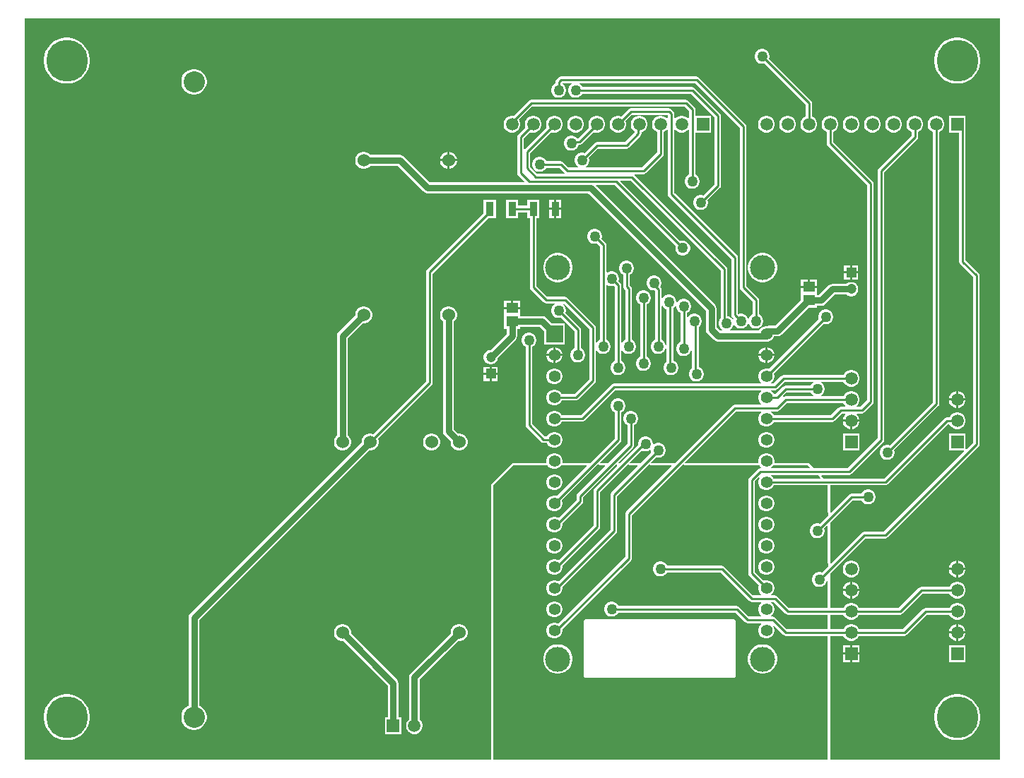
<source format=gtl>
%FSTAX23Y23*%
%MOIN*%
%SFA1B1*%

%IPPOS*%
%ADD13C,0.010000*%
%ADD14R,0.057090X0.051180*%
%ADD15R,0.037640X0.065280*%
%ADD20R,0.047240X0.047240*%
%ADD21C,0.047240*%
%ADD29C,0.030000*%
%ADD30R,0.078740X0.078740*%
%ADD31C,0.055000*%
%ADD32C,0.118110*%
%ADD33C,0.059060*%
%ADD34R,0.059060X0.059060*%
%ADD35R,0.059060X0.059060*%
%ADD36C,0.100000*%
%ADD37C,0.060000*%
%ADD38C,0.050000*%
%ADD39C,0.196850*%
%LNpcb1-1*%
%LPD*%
G36*
X05521Y03579D02*
X05518Y03578D01*
X05511Y03571*
X05508Y03565*
X0539*
X05384Y03564*
X05379Y0356*
X05343Y03525*
X05334*
X0533Y03533*
X05323Y03539*
X05323Y03541*
X05324Y03544*
X0534*
X05345Y03545*
X0535Y03549*
X05386Y03584*
X0552*
X05521Y03579*
G37*
G36*
X05511Y03528D02*
X05518Y03521D01*
X05521Y0352*
X0552Y03515*
X0539*
X05384Y03514*
X0538Y03511*
X05376Y03515*
X05396Y03534*
X05508*
X05511Y03528*
G37*
G36*
X05668Y03475D02*
X05673Y0347D01*
X05671Y03465*
X0565*
X05644Y03464*
X05639Y0346*
X05603Y03425*
X05334*
X0533Y03433*
X05323Y03439*
X05323Y03441*
X05324Y03444*
X0535*
X05355Y03445*
X0536Y03449*
X05396Y03484*
X05663*
X05668Y03475*
G37*
G36*
X04754Y03259D02*
X04755Y03258D01*
Y03255*
X04756Y03248*
X04708Y032*
X04658*
X04656Y03204*
X04711Y0326*
X04716Y03257*
X04725Y03255*
X04734*
X04743Y03257*
X0475Y03261*
X04754Y03259*
G37*
G36*
X05337Y0319D02*
X05338Y03189D01*
X05339Y03189*
X0534Y03189*
X05495*
X05505Y03179*
X05503Y03175*
X05324*
X05323Y03178*
X05323Y0318*
X0533Y03186*
X0533Y03188*
X05332Y03189*
X05336Y0319*
X05337Y0319*
G37*
G36*
X05546Y03143D02*
X05549Y0314D01*
X0555Y03136*
X0555Y03135*
X05552Y03132*
X05554Y0313*
X05552Y03126*
X05333*
X0533Y03133*
X05323Y03139*
X05323Y03141*
X05324Y03144*
X05545*
X05546Y03143*
G37*
G36*
X05267Y03128D02*
X05265Y03124D01*
X05262Y03114*
Y03105*
X05265Y03095*
X05269Y03086*
X05276Y03079*
X05285Y03075*
X05295Y03072*
X05304*
X05314Y03075*
X05323Y03079*
X0533Y03086*
X05334Y03095*
X05334*
X05589*
Y02968*
X0559Y02964*
X05592Y0296*
X05593Y02954*
X05551Y02913*
X05544Y02915*
X05535*
X05526Y02912*
X05518Y02908*
X05511Y02901*
X05507Y02893*
X05505Y02884*
Y02875*
X05507Y02866*
X05511Y02858*
X05518Y02851*
X05526Y02847*
X05535Y02845*
X05544*
X05553Y02847*
X05561Y02851*
X05568Y02858*
X05572Y02866*
X05575Y02875*
Y02884*
X05573Y02891*
X05585Y02903*
X05589Y02901*
Y02728*
X0559Y02724*
X05592Y0272*
X05593Y02714*
X05561Y02683*
X05554Y02685*
X05545*
X05536Y02682*
X05528Y02678*
X05521Y02671*
X05517Y02663*
X05515Y02654*
Y02645*
X05517Y02636*
X05521Y02628*
X05528Y02621*
X05536Y02617*
X05545Y02615*
X05554*
X05563Y02617*
X05571Y02621*
X05578Y02628*
X05582Y02636*
X05584Y02644*
X05589Y02644*
Y02515*
X05406*
X0535Y0257*
X05345Y02574*
X0534Y02575*
X05324*
X05323Y02578*
X05323Y0258*
X0533Y02586*
X05334Y02595*
X05337Y02605*
Y02614*
X05334Y02624*
X0533Y02633*
X05323Y0264*
X05314Y02644*
X05304Y02647*
X05295*
X05286Y02645*
X05245Y02686*
Y03113*
X05263Y03131*
X05267Y03128*
G37*
G36*
X0475Y03192D02*
D01*
X04754Y0319*
X04754Y0319*
X04758Y03189*
X04851*
X04853Y03185*
X04639Y0297*
X04635Y02965*
X04634Y0296*
Y02757*
X04319Y02442*
X04314Y02444*
X04304Y02447*
X04295*
X04285Y02444*
X04276Y0244*
X04269Y02433*
X04265Y02424*
X04262Y02414*
Y02405*
X04265Y02395*
X04269Y02386*
X04276Y02379*
X04285Y02375*
X04295Y02372*
X04304*
X04314Y02375*
X04323Y02379*
X0433Y02386*
X04334Y02395*
X04337Y02405*
Y02414*
X04337Y02416*
X0466Y0274*
X04664Y02745*
X04665Y0275*
Y02953*
X04904Y03193*
X0491Y03192*
X04914Y0319*
X04918Y03189*
X05259*
X0526Y03189*
X05261Y03189*
X05262Y0319*
X05263Y0319*
X05267Y03189*
X05269Y03188*
X05269Y03186*
X05276Y0318*
X05276Y03178*
X05275Y03175*
X0527*
X05264Y03174*
X05259Y0317*
X05219Y0313*
X05215Y03125*
X05214Y0312*
Y0268*
X05215Y02674*
X05219Y02669*
X05264Y02623*
X05262Y02614*
Y02605*
X05265Y02595*
X05269Y02586*
X05276Y0258*
X05276Y02578*
X05275Y02575*
X05236*
X051Y0271*
X05095Y02714*
X0509Y02715*
X04831*
X04828Y02721*
X04821Y02728*
X04813Y02732*
X04804Y02735*
X04795*
X04786Y02732*
X04778Y02728*
X04771Y02721*
X04767Y02713*
X04765Y02704*
Y02695*
X04767Y02686*
X04771Y02678*
X04778Y02671*
X04786Y02667*
X04795Y02665*
X04804*
X04813Y02667*
X04821Y02671*
X04828Y02678*
X04831Y02684*
X05083*
X05219Y02549*
X05224Y02545*
X0523Y02544*
X05275*
X05276Y02541*
X05276Y02539*
X05269Y02533*
X05265Y02524*
X05262Y02514*
Y02505*
X05265Y02495*
X05269Y02486*
X05276Y0248*
X05276Y02478*
X05275Y02475*
X05216*
X0517Y0252*
X05165Y02524*
X0516Y02525*
X04601*
X04598Y02531*
X04591Y02538*
X04583Y02542*
X04574Y02545*
X04565*
X04556Y02542*
X04548Y02538*
X04541Y02531*
X04537Y02523*
X04535Y02514*
Y02505*
X04537Y02496*
X04541Y02488*
X04548Y02481*
X04556Y02477*
X04565Y02475*
X04574*
X04583Y02477*
X04591Y02481*
X04598Y02488*
X04601Y02494*
X05153*
X05199Y02449*
X05204Y02445*
X0521Y02444*
X05275*
X05276Y02441*
X05276Y02439*
X05269Y02433*
X05265Y02424*
X05262Y02414*
Y02405*
X05265Y02395*
X05269Y02386*
X05276Y02379*
X05285Y02375*
X05295Y02372*
X05304*
X05314Y02375*
X05323Y02379*
X0533Y02386*
X05334Y02395*
X05337Y02405*
Y02414*
X05334Y02424*
X05332Y02428*
X05336Y02431*
X05379Y02389*
X05384Y02385*
X0539Y02384*
X05589*
Y018*
X0401*
Y03095*
X04104Y03189*
X04259*
X0426Y03189*
X04261Y03189*
X04262Y0319*
X04263Y0319*
X04267Y03189*
X04269Y03188*
X04269Y03186*
X04276Y03179*
X04285Y03175*
X04295Y03172*
X04304*
X04314Y03175*
X04323Y03179*
X0433Y03186*
X0433Y03188*
X04332Y03189*
X04336Y0319*
X04337Y0319*
X04338Y03189*
X04339Y03189*
X0434Y03189*
X0445*
X04452Y03185*
X04312Y03045*
X04304Y03047*
X04295*
X04285Y03044*
X04276Y0304*
X04269Y03033*
X04265Y03024*
X04262Y03014*
Y03005*
X04265Y02995*
X04269Y02986*
X04276Y02979*
X04285Y02975*
X04295Y02972*
X04304*
X04314Y02975*
X04323Y02979*
X0433Y02986*
X04334Y02995*
X04337Y03005*
Y03014*
X04335Y03024*
X04503Y03193*
X0451Y03192*
X04513Y0319*
X04517Y03189*
X04537*
X04538Y03185*
X04409Y03055*
X04405Y0305*
X04404Y03044*
Y03026*
X0432Y02941*
X04314Y02944*
X04304Y02947*
X04295*
X04285Y02944*
X04276Y0294*
X04269Y02933*
X04265Y02924*
X04262Y02914*
Y02905*
X04265Y02895*
X04269Y02886*
X04276Y02879*
X04285Y02875*
X04295Y02872*
X04304*
X04314Y02875*
X04323Y02879*
X0433Y02886*
X04334Y02895*
X04337Y02905*
Y02914*
X04337Y02915*
X0443Y03009*
X04434Y03014*
X04435Y0302*
Y03038*
X0459Y03193*
X04595Y03192*
X04596Y03187*
X04489Y0308*
X04485Y03075*
X04484Y0307*
Y02906*
X0432Y02741*
X04314Y02744*
X04304Y02747*
X04295*
X04285Y02744*
X04276Y0274*
X04269Y02733*
X04265Y02724*
X04262Y02714*
Y02705*
X04265Y02695*
X04269Y02686*
X04276Y02679*
X04285Y02675*
X04295Y02672*
X04304*
X04314Y02675*
X04323Y02679*
X0433Y02686*
X04334Y02695*
X04337Y02705*
Y02714*
X04337Y02715*
X0451Y02889*
X04514Y02894*
X04515Y029*
Y03063*
X04644Y03193*
X0465Y03192*
X04654Y0319*
X04658Y03189*
X04691*
X04693Y03185*
X04569Y0306*
X04565Y03055*
X04564Y0305*
Y02886*
X0432Y02641*
X04314Y02644*
X04304Y02647*
X04295*
X04285Y02644*
X04276Y0264*
X04269Y02633*
X04265Y02624*
X04262Y02614*
Y02605*
X04265Y02595*
X04269Y02586*
X04276Y02579*
X04285Y02575*
X04295Y02572*
X04304*
X04314Y02575*
X04323Y02579*
X0433Y02586*
X04334Y02595*
X04337Y02605*
Y02614*
X04337Y02615*
X0459Y02869*
X04594Y02874*
X04595Y0288*
Y03043*
X04744Y03193*
X0475Y03192*
G37*
G36*
X064Y018D02*
X056D01*
Y02384*
X05663*
X05668Y02375*
X05675Y02368*
X05684Y02363*
X05694Y0236*
X05705*
X05715Y02363*
X05724Y02368*
X05731Y02375*
X05736Y02384*
X0595*
X05955Y02385*
X0596Y02389*
X06056Y02484*
X06163*
X06168Y02475*
X06175Y02468*
X06184Y02463*
X06194Y0246*
X06205*
X06215Y02463*
X06224Y02468*
X06231Y02475*
X06236Y02484*
X06239Y02494*
Y02505*
X06236Y02515*
X06231Y02524*
X06224Y02531*
X06215Y02536*
X06205Y02539*
X06194*
X06184Y02536*
X06175Y02531*
X06168Y02524*
X06163Y02515*
X0605*
X06044Y02514*
X06039Y0251*
X05943Y02415*
X05736*
X05731Y02424*
X05724Y02431*
X05715Y02436*
X05705Y02439*
X05694*
X05684Y02436*
X05675Y02431*
X05668Y02424*
X05663Y02415*
X056*
Y02484*
X05663*
X05668Y02475*
X05675Y02468*
X05684Y02463*
X05694Y0246*
X05705*
X05715Y02463*
X05724Y02468*
X05731Y02475*
X05736Y02484*
X0593*
X05935Y02485*
X0594Y02489*
X06036Y02584*
X06163*
X06168Y02575*
X06175Y02568*
X06184Y02563*
X06194Y0256*
X06205*
X06215Y02563*
X06224Y02568*
X06231Y02575*
X06236Y02584*
X06239Y02594*
Y02605*
X06236Y02615*
X06231Y02624*
X06224Y02631*
X06215Y02636*
X06205Y02639*
X06194*
X06184Y02636*
X06175Y02631*
X06168Y02624*
X06163Y02615*
X0603*
X06024Y02614*
X06019Y0261*
X05923Y02515*
X05736*
X05731Y02524*
X05724Y02531*
X05715Y02536*
X05705Y02539*
X05694*
X05684Y02536*
X05675Y02531*
X05668Y02524*
X05663Y02515*
X056*
Y02678*
X05766Y02844*
X0586*
X05865Y02845*
X0587Y02849*
X063Y03279*
X06304Y03284*
X06305Y0329*
Y04085*
X06304Y0409*
X063Y04095*
X06239Y04156*
Y04805*
X06239Y04806*
Y04839*
X0616*
Y0476*
X06209*
Y0415*
X0621Y04144*
X06213Y04139*
X06274Y04078*
Y03296*
X06244Y03265*
X06239Y03267*
Y03339*
X0616*
Y0326*
X06232*
X06234Y03255*
X05853Y02875*
X0576*
X05754Y02874*
X05749Y0287*
X05604Y02726*
X056Y02728*
Y02918*
X05706Y03024*
X05748*
X05751Y03018*
X05758Y03011*
X05766Y03007*
X05775Y03005*
X05784*
X05793Y03007*
X05801Y03011*
X05808Y03018*
X05812Y03026*
X05815Y03035*
Y03044*
X05812Y03053*
X05808Y03061*
X05801Y03068*
X05793Y03072*
X05784Y03075*
X05775*
X05766Y03072*
X05758Y03068*
X05751Y03061*
X05748Y03055*
X057*
X05694Y03054*
X05689Y0305*
X05604Y02966*
X056Y02968*
Y03095*
X0586*
X05866Y03096*
X05871Y031*
X06156Y03384*
X06163*
X06168Y03375*
X06175Y03368*
X06184Y03363*
X06194Y0336*
X06205*
X06215Y03363*
X06224Y03368*
X06231Y03375*
X06236Y03384*
X06239Y03394*
Y03405*
X06236Y03415*
X06231Y03424*
X06224Y03431*
X06215Y03436*
X06205Y03439*
X06194*
X06184Y03436*
X06175Y03431*
X06168Y03424*
X06163Y03415*
X0615*
X06144Y03414*
X06139Y0341*
X05854Y03126*
X05573*
X05559Y0314*
X05561Y03144*
X0569*
X05695Y03145*
X057Y03149*
X0585Y03299*
X05854Y03304*
X05855Y0331*
Y04573*
X0601Y04729*
X06014Y04734*
X06015Y0474*
Y04763*
X06024Y04768*
X06031Y04775*
X06036Y04784*
X06039Y04794*
Y04805*
X06036Y04815*
X06031Y04824*
X06024Y04831*
X06015Y04836*
X06005Y04839*
X05994*
X05984Y04836*
X05975Y04831*
X05968Y04824*
X05963Y04815*
X0596Y04805*
Y04794*
X05963Y04784*
X05968Y04775*
X05975Y04768*
X05984Y04763*
Y04746*
X05829Y0459*
X05825Y04585*
X05824Y0458*
Y03316*
X05683Y03175*
X05524*
X055Y032*
X0534*
X05337Y03203*
X05337Y03205*
Y03214*
X05334Y03224*
X0533Y03233*
X05323Y0324*
X05314Y03244*
X05304Y03247*
X05295*
X05285Y03244*
X05276Y0324*
X05269Y03233*
X05265Y03224*
X05262Y03214*
Y03205*
X05262Y03203*
X05259Y032*
X04918*
X04916Y03204*
X05156Y03444*
X05275*
X05276Y03441*
X05276Y03439*
X05269Y03433*
X05265Y03424*
X05262Y03414*
Y03405*
X05265Y03395*
X05269Y03386*
X05276Y03379*
X05285Y03375*
X05295Y03372*
X05304*
X05314Y03375*
X05323Y03379*
X0533Y03386*
X05334Y03394*
X0561*
X05615Y03395*
X0562Y03399*
X05656Y03434*
X05671*
X05673Y03429*
X05668Y03424*
X05663Y03415*
X0566Y03405*
Y03405*
X057*
X05739*
Y03405*
X05736Y03415*
X05731Y03424*
X05726Y03429*
X05728Y03434*
X0575*
X05755Y03435*
X0576Y03439*
X058Y03479*
X05804Y03484*
X05805Y0349*
Y0452*
X05804Y04525*
X058Y0453*
X05615Y04716*
Y04763*
X05624Y04768*
X05631Y04775*
X05636Y04784*
X05639Y04794*
Y04805*
X05636Y04815*
X05631Y04824*
X05624Y04831*
X05615Y04836*
X05605Y04839*
X05594*
X05584Y04836*
X05575Y04831*
X05568Y04824*
X05563Y04815*
X0556Y04805*
Y04794*
X05563Y04784*
X05568Y04775*
X05575Y04768*
X05584Y04763*
Y0471*
X05585Y04704*
X05589Y04699*
X05774Y04513*
Y03496*
X05743Y03465*
X05728*
X05726Y0347*
X05731Y03475*
X05736Y03484*
X05739Y03494*
Y03505*
X05736Y03515*
X05731Y03524*
X05724Y03531*
X05715Y03536*
X05705Y03539*
X05694*
X05684Y03536*
X05675Y03531*
X05668Y03524*
X05663Y03515*
X05559*
X05558Y0352*
X05561Y03521*
X05568Y03528*
X05572Y03536*
X05575Y03545*
Y03554*
X05572Y03563*
X05568Y03571*
X05561Y03578*
X05558Y03579*
X05559Y03584*
X05663*
X05668Y03575*
X05675Y03568*
X05684Y03563*
X05694Y0356*
X05705*
X05715Y03563*
X05724Y03568*
X05731Y03575*
X05736Y03584*
X05739Y03594*
Y03605*
X05736Y03615*
X05731Y03624*
X05724Y03631*
X05715Y03636*
X05705Y03639*
X05694*
X05684Y03636*
X05675Y03631*
X05668Y03624*
X05663Y03615*
X0538*
X05374Y03614*
X05369Y0361*
X05333Y03575*
X05324*
X05323Y03578*
X05323Y0358*
X0533Y03586*
X05334Y03595*
X05337Y03605*
Y03614*
X05335Y03623*
X05568Y03856*
X05575Y03855*
X05584*
X05593Y03857*
X05601Y03861*
X05608Y03868*
X05612Y03876*
X05615Y03885*
Y03894*
X05612Y03903*
X05608Y03911*
X05601Y03918*
X05593Y03922*
X05584Y03925*
X05575*
X05566Y03922*
X05558Y03918*
X05551Y03911*
X05547Y03903*
X05545Y03894*
Y03885*
X05546Y03878*
X05313Y03645*
X05304Y03647*
X05295*
X05285Y03644*
X05276Y0364*
X05269Y03633*
X05265Y03624*
X05262Y03614*
Y03605*
X05265Y03595*
X05269Y03586*
X05276Y0358*
X05276Y03578*
X05275Y03575*
X0458*
X04574Y03574*
X04569Y0357*
X04424Y03426*
X04333*
X0433Y03433*
X04323Y0344*
X04314Y03444*
X04304Y03447*
X04295*
X04285Y03444*
X04276Y0344*
X04269Y03433*
X04265Y03424*
X04262Y03414*
Y03405*
X04265Y03395*
X04269Y03386*
X04276Y03379*
X04285Y03375*
X04295Y03372*
X04304*
X04314Y03375*
X04323Y03379*
X0433Y03386*
X04334Y03395*
X04334*
X0443*
X04436Y03396*
X04441Y034*
X04586Y03544*
X05275*
X05276Y03541*
X05276Y03539*
X05269Y03533*
X05265Y03524*
X05262Y03514*
Y03505*
X05265Y03495*
X05269Y03486*
X05276Y0348*
X05276Y03478*
X05275Y03475*
X0515*
X05144Y03474*
X05139Y0347*
X04868Y032*
X04758*
X04756Y03204*
X04778Y03226*
X04785Y03225*
X04794*
X04803Y03227*
X04811Y03231*
X04818Y03238*
X04822Y03246*
X04825Y03255*
Y03264*
X04822Y03273*
X04818Y03281*
X04811Y03288*
X04803Y03292*
X04794Y03295*
X04785*
X04776Y03292*
X0477Y03288*
X04765Y0329*
X04765Y03291*
Y03294*
X04762Y03303*
X04758Y03311*
X04751Y03318*
X04743Y03322*
X04734Y03325*
X04725*
X04716Y03322*
X04708Y03318*
X04701Y03311*
X04697Y03303*
X04695Y03294*
Y03286*
X04608Y032*
X04603*
X04601Y03204*
X0467Y03273*
X04674Y03278*
X04675Y03284*
Y03378*
X04681Y03381*
X04688Y03388*
X04692Y03396*
X04695Y03405*
Y03414*
X04692Y03423*
X04688Y03431*
X04681Y03438*
X04673Y03442*
X04664Y03445*
X04655*
X04646Y03442*
X04638Y03438*
X04631Y03431*
X04627Y03423*
X04625Y03414*
Y03405*
X04627Y03396*
X04631Y03388*
X04638Y03381*
X04644Y03378*
Y0329*
X04553Y032*
X04517*
X04515Y03204*
X0461Y033*
X04614Y03304*
X04615Y0331*
Y03438*
X04621Y03441*
X04628Y03448*
X04632Y03456*
X04635Y03465*
Y03474*
X04632Y03483*
X04628Y03491*
X04621Y03498*
X04613Y03502*
X04604Y03505*
X04595*
X04586Y03502*
X04578Y03498*
X04571Y03491*
X04567Y03483*
X04565Y03474*
Y03465*
X04567Y03456*
X04571Y03448*
X04578Y03441*
X04584Y03438*
Y03317*
X04467Y032*
X0434*
X04337Y03203*
X04337Y03205*
Y03214*
X04334Y03224*
X0433Y03233*
X04323Y0324*
X04314Y03244*
X04304Y03247*
X04295*
X04285Y03244*
X04276Y0324*
X04269Y03233*
X04265Y03224*
X04262Y03214*
Y03205*
X04262Y03203*
X04259Y032*
X041*
X04Y031*
Y018*
X018*
Y053*
X064*
Y018*
G37*
G36*
X05389Y02489D02*
X05394Y02485D01*
X054Y02484*
X05404*
X05589*
Y02415*
X05396*
X0534Y0247*
X05335Y02474*
X0533Y02475*
X05324*
X05323Y02478*
X05323Y0248*
X0533Y02486*
X05334Y02495*
X05337Y02505*
Y02514*
X05334Y02524*
X0533Y02533*
X05323Y02539*
X05323Y02541*
X05324Y02544*
X05333*
X05389Y02489*
G37*
%LNpcb1-2*%
%LPC*%
G36*
X05304Y03047D02*
X05295D01*
X05285Y03044*
X05276Y0304*
X05269Y03033*
X05265Y03024*
X05262Y03014*
Y03005*
X05265Y02995*
X05269Y02986*
X05276Y02979*
X05285Y02975*
X05295Y02972*
X05304*
X05314Y02975*
X05323Y02979*
X0533Y02986*
X05334Y02995*
X05337Y03005*
Y03014*
X05334Y03024*
X0533Y03033*
X05323Y0304*
X05314Y03044*
X05304Y03047*
G37*
G36*
Y02947D02*
X05295D01*
X05285Y02944*
X05276Y0294*
X05269Y02933*
X05265Y02924*
X05262Y02914*
Y02905*
X05265Y02895*
X05269Y02886*
X05276Y02879*
X05285Y02875*
X05295Y02872*
X05304*
X05314Y02875*
X05323Y02879*
X0533Y02886*
X05334Y02895*
X05337Y02905*
Y02914*
X05334Y02924*
X0533Y02933*
X05323Y0294*
X05314Y02944*
X05304Y02947*
G37*
G36*
Y02847D02*
X05295D01*
X05285Y02844*
X05276Y0284*
X05269Y02833*
X05265Y02824*
X05262Y02814*
Y02805*
X05265Y02795*
X05269Y02786*
X05276Y02779*
X05285Y02775*
X05295Y02772*
X05304*
X05314Y02775*
X05323Y02779*
X0533Y02786*
X05334Y02795*
X05337Y02805*
Y02814*
X05334Y02824*
X0533Y02833*
X05323Y0284*
X05314Y02844*
X05304Y02847*
G37*
G36*
Y02747D02*
X05295D01*
X05285Y02744*
X05276Y0274*
X05269Y02733*
X05265Y02724*
X05262Y02714*
Y02705*
X05265Y02695*
X05269Y02686*
X05276Y02679*
X05285Y02675*
X05295Y02672*
X05304*
X05314Y02675*
X05323Y02679*
X0533Y02686*
X05334Y02695*
X05337Y02705*
Y02714*
X05334Y02724*
X0533Y02733*
X05323Y0274*
X05314Y02744*
X05304Y02747*
G37*
G36*
X04304Y03147D02*
X04295D01*
X04285Y03144*
X04276Y0314*
X04269Y03133*
X04265Y03124*
X04262Y03114*
Y03105*
X04265Y03095*
X04269Y03086*
X04276Y03079*
X04285Y03075*
X04295Y03072*
X04304*
X04314Y03075*
X04323Y03079*
X0433Y03086*
X04334Y03095*
X04337Y03105*
Y03114*
X04334Y03124*
X0433Y03133*
X04323Y0314*
X04314Y03144*
X04304Y03147*
G37*
G36*
Y02847D02*
X04295D01*
X04285Y02844*
X04276Y0284*
X04269Y02833*
X04265Y02824*
X04262Y02814*
Y02805*
X04265Y02795*
X04269Y02786*
X04276Y02779*
X04285Y02775*
X04295Y02772*
X04304*
X04314Y02775*
X04323Y02779*
X0433Y02786*
X04334Y02795*
X04337Y02805*
Y02814*
X04334Y02824*
X0433Y02833*
X04323Y0284*
X04314Y02844*
X04304Y02847*
G37*
G36*
Y02547D02*
X04295D01*
X04285Y02544*
X04276Y0254*
X04269Y02533*
X04265Y02524*
X04262Y02514*
Y02505*
X04265Y02495*
X04269Y02486*
X04276Y02479*
X04285Y02475*
X04295Y02472*
X04304*
X04314Y02475*
X04323Y02479*
X0433Y02486*
X04334Y02495*
X04337Y02505*
Y02514*
X04334Y02524*
X0433Y02533*
X04323Y0254*
X04314Y02544*
X04304Y02547*
G37*
G36*
X05288Y02344D02*
X05274D01*
X05261Y02341*
X05248Y02336*
X05237Y02328*
X05227Y02318*
X0522Y02307*
X05215Y02295*
X05212Y02281*
Y02268*
X05215Y02254*
X0522Y02242*
X05227Y0223*
X05237Y02221*
X05248Y02213*
X05261Y02208*
X05274Y02205*
X05288*
X05301Y02208*
X05314Y02213*
X05325Y02221*
X05335Y0223*
X05342Y02242*
X05347Y02254*
X0535Y02268*
Y02281*
X05347Y02295*
X05342Y02307*
X05335Y02318*
X05325Y02328*
X05314Y02336*
X05301Y02341*
X05288Y02344*
G37*
G36*
X04323D02*
X04309D01*
X04296Y02341*
X04283Y02336*
X04272Y02328*
X04262Y02318*
X04255Y02307*
X0425Y02295*
X04247Y02281*
Y02268*
X0425Y02254*
X04255Y02242*
X04262Y0223*
X04272Y02221*
X04283Y02213*
X04296Y02208*
X04309Y02205*
X04323*
X04336Y02208*
X04349Y02213*
X0436Y02221*
X0437Y0223*
X04377Y02242*
X04382Y02254*
X04385Y02268*
Y02281*
X04382Y02295*
X04377Y02307*
X0437Y02318*
X0436Y02328*
X04349Y02336*
X04336Y02341*
X04323Y02344*
G37*
G36*
X05145Y02461D02*
X04449D01*
X04445Y02461*
X04442Y02458*
X04439Y02455*
X04439Y02451*
Y02196*
X04439Y02192*
X04442Y02189*
X04445Y02186*
X04449Y02186*
X05145*
X05149Y02186*
X05152Y02189*
X05155Y02192*
X05155Y02196*
Y02451*
X05155Y02455*
X05152Y02458*
X05149Y02461*
X05145Y02461*
G37*
G36*
X06208Y05208D02*
X06191D01*
X06174Y05205*
X06158Y052*
X06143Y05192*
X06129Y05182*
X06117Y0517*
X06107Y05156*
X06099Y05141*
X06094Y05125*
X06091Y05108*
Y05091*
X06094Y05074*
X06099Y05058*
X06107Y05043*
X06117Y05029*
X06129Y05017*
X06143Y05007*
X06158Y04999*
X06174Y04994*
X06191Y04991*
X06208*
X06225Y04994*
X06241Y04999*
X06256Y05007*
X0627Y05017*
X06282Y05029*
X06292Y05043*
X063Y05058*
X06305Y05074*
X06308Y05091*
Y05108*
X06305Y05125*
X063Y05141*
X06292Y05156*
X06282Y0517*
X0627Y05182*
X06256Y05192*
X06241Y052*
X06225Y05205*
X06208Y05208*
G37*
G36*
X02008D02*
X01991D01*
X01974Y05205*
X01958Y052*
X01943Y05192*
X01929Y05182*
X01917Y0517*
X01907Y05156*
X01899Y05141*
X01894Y05125*
X01891Y05108*
Y05091*
X01894Y05074*
X01899Y05058*
X01907Y05043*
X01917Y05029*
X01929Y05017*
X01943Y05007*
X01958Y04999*
X01974Y04994*
X01991Y04991*
X02008*
X02025Y04994*
X02041Y04999*
X02056Y05007*
X0207Y05017*
X02082Y05029*
X02092Y05043*
X021Y05058*
X02105Y05074*
X02108Y05091*
Y05108*
X02105Y05125*
X021Y05141*
X02092Y05156*
X02082Y0517*
X0207Y05182*
X02056Y05192*
X02041Y052*
X02025Y05205*
X02008Y05208*
G37*
G36*
X02605Y0506D02*
X02594D01*
X02582Y05057*
X02571Y05053*
X02561Y05046*
X02553Y05038*
X02546Y05028*
X02542Y05017*
X0254Y05005*
Y04994*
X02542Y04982*
X02546Y04971*
X02553Y04961*
X02561Y04953*
X02571Y04946*
X02582Y04942*
X02594Y0494*
X02605*
X02617Y04942*
X02628Y04946*
X02638Y04953*
X02646Y04961*
X02653Y04971*
X02657Y04982*
X0266Y04994*
Y05005*
X02657Y05017*
X02653Y05028*
X02646Y05038*
X02638Y05046*
X02628Y05053*
X02617Y05057*
X02605Y0506*
G37*
G36*
X05905Y04839D02*
X05894D01*
X05884Y04836*
X05875Y04831*
X05868Y04824*
X05863Y04815*
X0586Y04805*
Y04794*
X05863Y04784*
X05868Y04775*
X05875Y04768*
X05884Y04763*
X05894Y0476*
X05905*
X05915Y04763*
X05924Y04768*
X05931Y04775*
X05936Y04784*
X05939Y04794*
Y04805*
X05936Y04815*
X05931Y04824*
X05924Y04831*
X05915Y04836*
X05905Y04839*
G37*
G36*
X05805D02*
X05794D01*
X05784Y04836*
X05775Y04831*
X05768Y04824*
X05763Y04815*
X0576Y04805*
Y04794*
X05763Y04784*
X05768Y04775*
X05775Y04768*
X05784Y04763*
X05794Y0476*
X05805*
X05815Y04763*
X05824Y04768*
X05831Y04775*
X05836Y04784*
X05839Y04794*
Y04805*
X05836Y04815*
X05831Y04824*
X05824Y04831*
X05815Y04836*
X05805Y04839*
G37*
G36*
X05705D02*
X05694D01*
X05684Y04836*
X05675Y04831*
X05668Y04824*
X05663Y04815*
X0566Y04805*
Y04794*
X05663Y04784*
X05668Y04775*
X05675Y04768*
X05684Y04763*
X05694Y0476*
X05705*
X05715Y04763*
X05724Y04768*
X05731Y04775*
X05736Y04784*
X05739Y04794*
Y04805*
X05736Y04815*
X05731Y04824*
X05724Y04831*
X05715Y04836*
X05705Y04839*
G37*
G36*
X05284Y05155D02*
X05275D01*
X05266Y05152*
X05258Y05148*
X05251Y05141*
X05247Y05133*
X05245Y05124*
Y05115*
X05247Y05106*
X05251Y05098*
X05258Y05091*
X05266Y05087*
X05275Y05085*
X05284*
X05291Y05086*
X05484Y04893*
Y04836*
X05475Y04831*
X05468Y04824*
X05463Y04815*
X0546Y04805*
Y04794*
X05463Y04784*
X05468Y04775*
X05475Y04768*
X05484Y04763*
X05494Y0476*
X05505*
X05515Y04763*
X05524Y04768*
X05531Y04775*
X05536Y04784*
X05539Y04794*
Y04805*
X05536Y04815*
X05531Y04824*
X05524Y04831*
X05515Y04836*
Y049*
X05514Y04905*
X0551Y0491*
X05313Y05108*
X05315Y05115*
Y05124*
X05312Y05133*
X05308Y05141*
X05301Y05148*
X05293Y05152*
X05284Y05155*
G37*
G36*
X05405Y04839D02*
X05394D01*
X05384Y04836*
X05375Y04831*
X05368Y04824*
X05363Y04815*
X0536Y04805*
Y04794*
X05363Y04784*
X05368Y04775*
X05375Y04768*
X05384Y04763*
X05394Y0476*
X05405*
X05415Y04763*
X05424Y04768*
X05431Y04775*
X05436Y04784*
X05439Y04794*
Y04805*
X05436Y04815*
X05431Y04824*
X05424Y04831*
X05415Y04836*
X05405Y04839*
G37*
G36*
X05305D02*
X05294D01*
X05284Y04836*
X05275Y04831*
X05268Y04824*
X05263Y04815*
X0526Y04805*
Y04794*
X05263Y04784*
X05268Y04775*
X05275Y04768*
X05284Y04763*
X05294Y0476*
X05305*
X05315Y04763*
X05324Y04768*
X05331Y04775*
X05336Y04784*
X05339Y04794*
Y04805*
X05336Y04815*
X05331Y04824*
X05324Y04831*
X05315Y04836*
X05305Y04839*
G37*
G36*
X04505D02*
X04494D01*
X04484Y04836*
X04475Y04831*
X04468Y04824*
X04463Y04815*
X0446Y04805*
Y04794*
X04463Y04784*
X04411Y04732*
X04406*
X04401Y04738*
X04393Y04742*
X04384Y04745*
X04375*
X04366Y04742*
X04358Y04738*
X04351Y04731*
X04347Y04723*
X04345Y04714*
Y04705*
X04347Y04696*
X04351Y04688*
X04358Y04681*
X04366Y04677*
X04375Y04675*
X04384*
X04393Y04677*
X04401Y04681*
X04408Y04688*
X04412Y04696*
X04414Y04702*
X04417*
X04423Y04703*
X04428Y04706*
X04484Y04763*
X04494Y0476*
X04505*
X04515Y04763*
X04524Y04768*
X04531Y04775*
X04536Y04784*
X04539Y04794*
Y04805*
X04536Y04815*
X04531Y04824*
X04524Y04831*
X04515Y04836*
X04505Y04839*
G37*
G36*
X04405D02*
X04394D01*
X04384Y04836*
X04375Y04831*
X04368Y04824*
X04363Y04815*
X0436Y04805*
Y04794*
X04363Y04784*
X04368Y04775*
X04375Y04768*
X04384Y04763*
X04394Y0476*
X04405*
X04415Y04763*
X04424Y04768*
X04431Y04775*
X04436Y04784*
X04439Y04794*
Y04805*
X04436Y04815*
X04431Y04824*
X04424Y04831*
X04415Y04836*
X04405Y04839*
G37*
G36*
X03805Y0467D02*
X03805D01*
Y04635*
X0384*
Y04635*
X03837Y04645*
X03832Y04654*
X03824Y04662*
X03815Y04667*
X03805Y0467*
G37*
G36*
X03795D02*
X03794D01*
X03784Y04667*
X03775Y04662*
X03767Y04654*
X03762Y04645*
X0376Y04635*
Y04635*
X03795*
Y0467*
G37*
G36*
X0384Y04625D02*
X03805D01*
Y0459*
X03805*
X03815Y04592*
X03824Y04597*
X03832Y04605*
X03837Y04614*
X0384Y04624*
Y04625*
G37*
G36*
X03795D02*
X0376D01*
Y04624*
X03762Y04614*
X03767Y04605*
X03775Y04597*
X03784Y04592*
X03794Y0459*
X03795*
Y04625*
G37*
G36*
X0497Y05025D02*
X0433D01*
X04324Y05024*
X04319Y0502*
X04309Y0501*
X04305Y05005*
X04304Y05*
Y04991*
X04298Y04988*
X04291Y04981*
X04287Y04973*
X04285Y04964*
Y04955*
X04287Y04946*
X04291Y04938*
X04298Y04931*
X04306Y04927*
X04315Y04925*
X04324*
X04333Y04927*
X04341Y04931*
X04348Y04938*
X04352Y04946*
X04355Y04955*
Y04964*
X04352Y04973*
X04348Y04981*
X04341Y04988*
X04338Y04989*
X04339Y04994*
X0438*
X04381Y04989*
X04378Y04988*
X04371Y04981*
X04367Y04973*
X04365Y04964*
Y04955*
X04367Y04946*
X04371Y04938*
X04378Y04931*
X04386Y04927*
X04395Y04925*
X04404*
X04413Y04927*
X04421Y04931*
X04428Y04938*
X04431Y04944*
X04943*
X05054Y04833*
Y04516*
X05001Y04463*
X04994Y04465*
X04985*
X04976Y04462*
X04968Y04458*
X04961Y04451*
X04957Y04443*
X04955Y04434*
Y04425*
X04957Y04416*
X04961Y04408*
X04968Y04401*
X04976Y04397*
X04985Y04395*
X04994*
X05003Y04397*
X05011Y04401*
X05018Y04408*
X05022Y04416*
X05025Y04425*
Y04434*
X05023Y04441*
X0508Y04499*
X05084Y04504*
X05085Y0451*
Y0484*
X05084Y04845*
X0508Y0485*
X0496Y0497*
X04955Y04974*
X0495Y04975*
X04431*
X04428Y04981*
X04421Y04988*
X04418Y04989*
X04419Y04994*
X04963*
X05174Y04783*
Y0403*
X05175Y04024*
X05179Y04019*
X05234Y03963*
Y03901*
X05228Y03898*
X05221Y03891*
X05217Y03883*
X05215Y03883*
X05212Y03883*
X05208Y03891*
X05201Y03898*
X05193Y03902*
X05184Y03905*
X05175*
X05169Y03903*
X05165Y03906*
Y0417*
X05164Y04176*
X0516Y04181*
X04865Y04476*
Y04771*
X0487Y04773*
X04875Y04768*
X04884Y04763*
X04894Y0476*
X04905*
X04915Y04763*
X04924Y04768*
X04929Y04773*
X04934Y04771*
Y04561*
X04928Y04558*
X04921Y04551*
X04917Y04543*
X04915Y04534*
Y04525*
X04917Y04516*
X04921Y04508*
X04928Y04501*
X04936Y04497*
X04945Y04495*
X04954*
X04963Y04497*
X04971Y04501*
X04978Y04508*
X04982Y04516*
X04985Y04525*
Y04534*
X04982Y04543*
X04978Y04551*
X04971Y04558*
X04965Y04561*
Y0476*
X05039*
Y04839*
X04965*
Y0487*
X04964Y04875*
X0496Y0488*
X0493Y0491*
X04925Y04914*
X0492Y04915*
X0419*
X04184Y04914*
X04179Y0491*
X04107Y04838*
X04105Y04839*
X04094*
X04084Y04836*
X04075Y04831*
X04068Y04824*
X04063Y04815*
X0406Y04805*
Y04794*
X04063Y04784*
X04068Y04775*
X04075Y04768*
X04084Y04763*
X04094Y0476*
X04105*
X04115Y04763*
X04124Y04768*
X04131Y04775*
X04136Y04784*
X04139Y04794*
Y04805*
X04136Y04815*
X04133Y04821*
X04196Y04884*
X04913*
X04934Y04863*
Y04828*
X04929Y04826*
X04924Y04831*
X04915Y04836*
X04905Y04839*
X04894*
X04884Y04836*
X04875Y04831*
X0487Y04826*
X04865Y04828*
Y0485*
X04864Y04855*
X0486Y0486*
X0485Y0487*
X04845Y04874*
X0484Y04875*
X0466*
X04654Y04874*
X04649Y0487*
X04615Y04836*
X04605Y04839*
X04594*
X04584Y04836*
X04575Y04831*
X04568Y04824*
X04563Y04815*
X0456Y04805*
Y04794*
X04563Y04784*
X04568Y04775*
X04575Y04768*
X04584Y04763*
X04594Y0476*
X04605*
X04615Y04763*
X04624Y04768*
X04631Y04775*
X04636Y04784*
X04639Y04794*
Y04805*
X04636Y04815*
X04666Y04844*
X04833*
X04834Y04843*
Y04828*
X04829Y04826*
X04824Y04831*
X04815Y04836*
X04805Y04839*
X04794*
X04784Y04836*
X04775Y04831*
X04768Y04824*
X04763Y04815*
X0476Y04805*
Y04794*
X04763Y04784*
X04768Y04775*
X04775Y04768*
X04784Y04763*
Y04666*
X04713Y04595*
X04449*
X04448Y046*
X04451Y04601*
X04458Y04608*
X04462Y04616*
X04465Y04625*
Y04634*
X04463Y04641*
X04506Y04684*
X0464*
X04645Y04685*
X0465Y04689*
X04706Y04744*
X04709Y04749*
X0471Y04755*
Y04761*
X04715Y04763*
X04724Y04768*
X04731Y04775*
X04736Y04784*
X04739Y04794*
Y04805*
X04736Y04815*
X04731Y04824*
X04724Y04831*
X04715Y04836*
X04705Y04839*
X04694*
X04684Y04836*
X04675Y04831*
X04668Y04824*
X04663Y04815*
X0466Y04805*
Y04794*
X04663Y04784*
X04668Y04775*
X04675Y04768*
X04679Y04766*
X04679Y04761*
X04633Y04715*
X045*
X04494Y04714*
X04489Y0471*
X04441Y04663*
X04434Y04665*
X04425*
X04416Y04662*
X04408Y04658*
X04401Y04651*
X04397Y04643*
X04395Y04634*
Y04625*
X04397Y04616*
X04401Y04608*
X04408Y04601*
X04411Y046*
X0441Y04595*
X04366*
X0434Y0462*
X04335Y04624*
X0433Y04625*
X04261*
X04258Y04631*
X04251Y04638*
X04243Y04642*
X04234Y04645*
X04225*
X04216Y04642*
X04208Y04638*
X04201Y04631*
X04197Y04623*
X04195Y04614*
Y04605*
X04197Y04596*
X04201Y04588*
X04208Y04581*
X04216Y04577*
X04225Y04575*
X04234*
X04243Y04577*
X04251Y04581*
X04258Y04588*
X04261Y04594*
X04323*
X04348Y0457*
X04346Y04565*
X04346Y04565*
X04218*
X04185Y04598*
Y04663*
X04284Y04763*
X04294Y0476*
X04305*
X04315Y04763*
X04324Y04768*
X04331Y04775*
X04336Y04784*
X04339Y04794*
Y04805*
X04336Y04815*
X04331Y04824*
X04324Y04831*
X04315Y04836*
X04305Y04839*
X04294*
X04284Y04836*
X04275Y04831*
X04268Y04824*
X04263Y04815*
X0426Y04805*
Y04794*
X04263Y04784*
X0416Y04681*
X04155Y04683*
X04155Y04683*
Y04733*
X04184Y04763*
X04194Y0476*
X04205*
X04215Y04763*
X04224Y04768*
X04231Y04775*
X04236Y04784*
X04239Y04794*
Y04805*
X04236Y04815*
X04231Y04824*
X04224Y04831*
X04215Y04836*
X04205Y04839*
X04194*
X04184Y04836*
X04175Y04831*
X04168Y04824*
X04163Y04815*
X0416Y04805*
Y04794*
X04163Y04784*
X04129Y0475*
X04125Y04745*
X04124Y0474*
Y0457*
X04125Y04564*
X04129Y04559*
X04158Y0453*
X04156Y04525*
X0371*
X03588Y04648*
X03579Y04653*
X0357Y04655*
X03431*
X03424Y04662*
X03415Y04667*
X03405Y0467*
X03394*
X03384Y04667*
X03375Y04662*
X03367Y04654*
X03362Y04645*
X0336Y04635*
Y04624*
X03362Y04614*
X03367Y04605*
X03375Y04597*
X03384Y04592*
X03394Y0459*
X03405*
X03415Y04592*
X03424Y04597*
X03431Y04604*
X03559*
X03681Y04481*
X0369Y04476*
X037Y04474*
X04459*
X05014Y03919*
Y0383*
X05016Y0382*
X05021Y03811*
X05051Y03781*
X0506Y03776*
X0507Y03774*
X05287*
X05295Y03772*
X05304*
X05314Y03775*
X05323Y03779*
X0533Y03786*
X05334Y03795*
X05335Y03798*
X05352*
X05362Y038*
X0537Y03805*
X05497Y03932*
X05538*
Y03943*
X05557*
X05567Y03944*
X05575Y0395*
X0562Y03995*
X05677*
X05679Y03994*
X05687Y03989*
X05695Y03987*
X05704*
X05712Y03989*
X0572Y03994*
X05726Y04*
X05731Y04008*
X05733Y04016*
Y04025*
X05731Y04034*
X05726Y04041*
X0572Y04048*
X05712Y04052*
X05704Y04054*
X05695*
X05687Y04052*
X05679Y04048*
X05677Y04046*
X0561*
X056Y04044*
X05592Y04039*
X05546Y03993*
X05538*
Y04026*
X05461*
Y03995*
Y03968*
X05341Y03849*
X05313*
X05303Y03847*
X05303Y03847*
X05295*
X05285Y03844*
X05276Y0384*
X05269Y03833*
X05265Y03825*
X05131*
X05129Y0383*
X05131Y03831*
X05138Y03838*
X05142Y03846*
X05144Y03851*
X05149Y03852*
X05151Y03848*
X05158Y03841*
X05166Y03837*
X05175Y03835*
X05184*
X05193Y03837*
X05201Y03841*
X05208Y03848*
X05212Y03856*
X05215Y03856*
X05217Y03856*
X05221Y03848*
X05228Y03841*
X05236Y03837*
X05245Y03835*
X05254*
X05263Y03837*
X05271Y03841*
X05278Y03848*
X05282Y03856*
X05285Y03865*
Y03874*
X05282Y03883*
X05278Y03891*
X05271Y03898*
X05265Y03901*
Y0397*
X05264Y03975*
X0526Y0398*
X05205Y04036*
Y0479*
X05204Y04795*
X052Y048*
X0498Y0502*
X04975Y05024*
X0497Y05025*
G37*
G36*
X04228Y04442D02*
X04171D01*
Y04415*
X04128*
Y04442*
X04071*
Y04357*
X04128*
Y04384*
X04171*
Y04357*
X04184*
Y0403*
X04185Y04024*
X04189Y04019*
X04249Y03959*
X04254Y03955*
X0426Y03954*
X043*
X04301Y03949*
X04298Y03948*
X04291Y03941*
X04287Y03933*
X04285Y03924*
Y03915*
X04287Y03906*
X04291Y03898*
X04298Y03891*
X04306Y03887*
X04315Y03885*
X04324*
X04331Y03886*
X04394Y03823*
Y03741*
X04388Y03738*
X04381Y03731*
X04377Y03723*
X04375Y03714*
Y03705*
X04377Y03696*
X04381Y03688*
X04388Y03681*
X04396Y03677*
X04405Y03675*
X04414*
X04423Y03677*
X04431Y03681*
X04438Y03688*
X04442Y03696*
X04445Y03705*
Y03714*
X04442Y03723*
X04438Y03731*
X04431Y03738*
X04425Y03741*
Y0383*
X04424Y03835*
X0442Y0384*
X04353Y03908*
X04355Y03915*
Y03924*
X04352Y03933*
X04348Y03941*
X04341Y03948*
X04341Y03948*
X04342Y03953*
X04344Y03953*
X04464Y03833*
Y03596*
X04394Y03526*
X04333*
X0433Y03533*
X04323Y0354*
X04314Y03544*
X04304Y03547*
X04295*
X04285Y03544*
X04276Y0354*
X04269Y03533*
X04265Y03524*
X04262Y03514*
Y03505*
X04265Y03495*
X04269Y03486*
X04276Y03479*
X04285Y03475*
X04295Y03472*
X04304*
X04314Y03475*
X04323Y03479*
X0433Y03486*
X04334Y03495*
X04334*
X044*
X04406Y03496*
X04411Y035*
X0449Y03579*
X04494Y03584*
X04495Y0359*
Y0373*
X045Y03731*
X04501Y03728*
X04508Y03721*
X04516Y03717*
X04525Y03715*
X04534*
X04543Y03717*
X04551Y03721*
X04558Y03728*
X04562Y03736*
X04565Y03745*
Y03754*
X04562Y03763*
X04558Y03771*
X04551Y03778*
X04545Y03781*
Y04038*
X0455Y0404*
X04556Y04037*
X04565Y04035*
X04574*
X0458Y04036*
X04584Y04033*
Y03681*
X04578Y03678*
X04571Y03671*
X04567Y03663*
X04565Y03654*
Y03645*
X04567Y03636*
X04571Y03628*
X04578Y03621*
X04586Y03617*
X04595Y03615*
X04604*
X04613Y03617*
X04621Y03621*
X04628Y03628*
X04632Y03636*
X04635Y03645*
Y03654*
X04632Y03663*
X04628Y03671*
X04621Y03678*
X04615Y03681*
Y0373*
X0462Y03731*
X04621Y03728*
X04628Y03721*
X04636Y03717*
X04645Y03715*
X04654*
X04663Y03717*
X04671Y03721*
X04678Y03728*
X04682Y03736*
X04685Y03745*
Y03754*
X04682Y03763*
X04678Y03771*
X04671Y03778*
X04665Y03781*
Y04024*
X04664Y04029*
X0466Y04034*
X04655Y0404*
Y04088*
X04661Y04091*
X04668Y04098*
X04672Y04106*
X04675Y04115*
Y04124*
X04672Y04133*
X04668Y04141*
X04661Y04148*
X04653Y04152*
X04644Y04155*
X04635*
X04626Y04152*
X04618Y04148*
X04611Y04141*
X04607Y04133*
X04605Y04124*
Y04115*
X04607Y04106*
X04611Y04098*
X04618Y04091*
X04624Y04088*
Y04034*
X04625Y04028*
X04629Y04023*
X04634Y04017*
Y03781*
X04628Y03778*
X04621Y03771*
X0462Y03768*
X04615Y03769*
Y0404*
X04614Y04045*
X0461Y0405*
X04603Y04058*
X04605Y04065*
Y04074*
X04602Y04083*
X04598Y04091*
X04591Y04098*
X04583Y04102*
X04574Y04105*
X04565*
X04556Y04102*
X0455Y04099*
X04545Y04101*
Y0423*
X04544Y04235*
X0454Y0424*
X04523Y04258*
X04525Y04265*
Y04274*
X04522Y04283*
X04518Y04291*
X04511Y04298*
X04503Y04302*
X04494Y04305*
X04485*
X04476Y04302*
X04468Y04298*
X04461Y04291*
X04457Y04283*
X04455Y04274*
Y04265*
X04457Y04256*
X04461Y04248*
X04468Y04241*
X04476Y04237*
X04485Y04235*
X04494*
X04501Y04236*
X04514Y04223*
Y03781*
X04508Y03778*
X04501Y03771*
X045Y03768*
X04495Y03769*
Y0384*
X04494Y03845*
X0449Y0385*
X0436Y0398*
X04355Y03984*
X0435Y03985*
X04266*
X04215Y04036*
Y04357*
X04228*
Y04442*
G37*
G36*
X04333D02*
X04309D01*
Y04405*
X04333*
Y04442*
G37*
G36*
X04299D02*
X04275D01*
Y04405*
X04299*
Y04442*
G37*
G36*
X04333Y04395D02*
X04309D01*
Y04357*
X04333*
Y04395*
G37*
G36*
X04299D02*
X04275D01*
Y04357*
X04299*
Y04395*
G37*
G36*
X05733Y04133D02*
X05705D01*
Y04105*
X05733*
Y04133*
G37*
G36*
X05695D02*
X05666D01*
Y04105*
X05695*
Y04133*
G37*
G36*
X05733Y04095D02*
X05705D01*
Y04066*
X05733*
Y04095*
G37*
G36*
X05695D02*
X05666D01*
Y04066*
X05695*
Y04095*
G37*
G36*
X05288Y04192D02*
X05274D01*
X05261Y04189*
X05248Y04184*
X05237Y04177*
X05227Y04167*
X0522Y04156*
X05215Y04143*
X05212Y0413*
Y04116*
X05215Y04103*
X0522Y0409*
X05227Y04079*
X05237Y04069*
X05248Y04062*
X05261Y04056*
X05274Y04054*
X05288*
X05301Y04056*
X05314Y04062*
X05325Y04069*
X05335Y04079*
X05342Y0409*
X05347Y04103*
X0535Y04116*
Y0413*
X05347Y04143*
X05342Y04156*
X05335Y04167*
X05325Y04177*
X05314Y04184*
X05301Y04189*
X05288Y04192*
G37*
G36*
X04323D02*
X04309D01*
X04296Y04189*
X04283Y04184*
X04272Y04177*
X04262Y04167*
X04255Y04156*
X0425Y04143*
X04247Y0413*
Y04116*
X0425Y04103*
X04255Y0409*
X04262Y04079*
X04272Y04069*
X04283Y04062*
X04296Y04056*
X04309Y04054*
X04323*
X04336Y04056*
X04349Y04062*
X0436Y04069*
X0437Y04079*
X04377Y0409*
X04382Y04103*
X04385Y04116*
Y0413*
X04382Y04143*
X04377Y04156*
X0437Y04167*
X0436Y04177*
X04349Y04184*
X04336Y04189*
X04323Y04192*
G37*
G36*
X05538Y04067D02*
X05505D01*
Y04036*
X05538*
Y04067*
G37*
G36*
X05495D02*
X05461D01*
Y04036*
X05495*
Y04067*
G37*
G36*
X04138Y03967D02*
X04105D01*
Y03936*
X04138*
Y03967*
G37*
G36*
X04095D02*
X04061D01*
Y03936*
X04095*
Y03967*
G37*
G36*
X04138Y03926D02*
X04061D01*
Y03895*
Y03832*
X04074*
Y0381*
X03997Y03733*
X03995*
X03987Y03731*
X03979Y03726*
X03973Y0372*
X03968Y03712*
X03966Y03704*
Y03695*
X03968Y03687*
X03973Y03679*
X03979Y03673*
X03987Y03668*
X03995Y03666*
X04004*
X04012Y03668*
X0402Y03673*
X04026Y03679*
X04031Y03687*
X04033Y03695*
Y03697*
X04118Y03781*
X04123Y0379*
X04125Y038*
Y03832*
X04138*
Y03843*
X04231*
X0425Y03824*
Y0376*
X04349*
Y03859*
X04287*
X0426Y03886*
X04252Y03892*
X04242Y03893*
X04138*
Y03895*
Y03926*
G37*
G36*
X05305Y03747D02*
Y03715D01*
X05337*
X05334Y03724*
X0533Y03733*
X05323Y0374*
X05314Y03744*
X05305Y03747*
G37*
G36*
X05295D02*
X05285Y03744D01*
X05276Y0374*
X05269Y03733*
X05265Y03724*
X05262Y03715*
X05295*
Y03747*
G37*
G36*
X04305D02*
Y03715D01*
X04337*
X04334Y03724*
X0433Y03733*
X04323Y0374*
X04314Y03744*
X04305Y03747*
G37*
G36*
X04295D02*
X04285Y03744D01*
X04276Y0374*
X04269Y03733*
X04265Y03724*
X04262Y03715*
X04295*
Y03747*
G37*
G36*
X05337Y03705D02*
X05305D01*
Y03672*
X05314Y03675*
X05323Y03679*
X0533Y03686*
X05334Y03695*
X05337Y03705*
G37*
G36*
X05295D02*
X05262D01*
X05265Y03695*
X05269Y03686*
X05276Y03679*
X05285Y03675*
X05295Y03672*
Y03705*
G37*
G36*
X04337D02*
X04305D01*
Y03672*
X04314Y03675*
X04323Y03679*
X0433Y03686*
X04334Y03695*
X04337Y03705*
G37*
G36*
X04295D02*
X04262D01*
X04265Y03695*
X04269Y03686*
X04276Y03679*
X04285Y03675*
X04295Y03672*
Y03705*
G37*
G36*
X04724Y04015D02*
X04715D01*
X04706Y04012*
X04698Y04008*
X04691Y04001*
X04687Y03993*
X04685Y03984*
Y03975*
X04687Y03966*
X04691Y03958*
X04698Y03951*
X04704Y03948*
Y03701*
X04698Y03698*
X04691Y03691*
X04687Y03683*
X04685Y03674*
Y03665*
X04687Y03656*
X04691Y03648*
X04698Y03641*
X04706Y03637*
X04715Y03635*
X04724*
X04733Y03637*
X04741Y03641*
X04748Y03648*
X04752Y03656*
X04755Y03665*
Y03674*
X04752Y03683*
X04748Y03691*
X04741Y03698*
X04735Y03701*
Y03948*
X04741Y03951*
X04748Y03958*
X04752Y03966*
X04755Y03975*
Y03984*
X04752Y03993*
X04748Y04001*
X04741Y04008*
X04733Y04012*
X04724Y04015*
G37*
G36*
X04033Y03654D02*
X04005D01*
Y03626*
X04033*
Y03654*
G37*
G36*
X03995D02*
X03966D01*
Y03626*
X03995*
Y03654*
G37*
G36*
X04033Y03616D02*
X04005D01*
Y03587*
X04033*
Y03616*
G37*
G36*
X03995D02*
X03966D01*
Y03587*
X03995*
Y03616*
G37*
G36*
X04774Y04085D02*
X04765D01*
X04756Y04082*
X04748Y04078*
X04741Y04071*
X04737Y04063*
X04735Y04054*
Y04045*
X04737Y04036*
X04741Y04028*
X04748Y04021*
X04756Y04017*
X04765Y04015*
X04772*
X04774Y04012*
Y03781*
X04768Y03778*
X04761Y03771*
X04757Y03763*
X04755Y03754*
Y03745*
X04757Y03736*
X04761Y03728*
X04768Y03721*
X04776Y03717*
X04785Y03715*
X04794*
X04803Y03717*
X04811Y03721*
X04818Y03728*
X04822Y03736*
X04824Y03744*
X04829Y03743*
Y03678*
X04828Y03678*
X04821Y03671*
X04817Y03663*
X04815Y03654*
Y03645*
X04817Y03636*
X04821Y03628*
X04828Y03621*
X04836Y03617*
X04845Y03615*
X04854*
X04863Y03617*
X04871Y03621*
X04878Y03628*
X04882Y03636*
X04885Y03645*
Y03654*
X04882Y03663*
X04878Y03671*
X04871Y03678*
X04863Y03682*
X0486Y03683*
Y03931*
X04861Y03931*
X04868Y03938*
X0487Y03941*
X04875Y0394*
Y03935*
X04877Y03926*
X04881Y03918*
X04888Y03911*
X04894Y03908*
Y03771*
X04888Y03768*
X04881Y03761*
X04877Y03753*
X04875Y03744*
Y03735*
X04877Y03726*
X04881Y03718*
X04888Y03711*
X04896Y03707*
X04905Y03705*
X04914*
X04923Y03707*
X04931Y03711*
X04938Y03718*
X04942Y03726*
X04944Y03734*
X04949Y03733*
Y03648*
X04948Y03648*
X04941Y03641*
X04937Y03633*
X04935Y03624*
Y03615*
X04937Y03606*
X04941Y03598*
X04948Y03591*
X04956Y03587*
X04965Y03585*
X04974*
X04983Y03587*
X04991Y03591*
X04998Y03598*
X05002Y03606*
X05005Y03615*
Y03624*
X05002Y03633*
X04998Y03641*
X04991Y03648*
X04983Y03652*
X0498Y03653*
Y03841*
X04981Y03841*
X04988Y03848*
X04992Y03856*
X04995Y03865*
Y03874*
X04992Y03883*
X04988Y03891*
X04981Y03898*
X04973Y03902*
X04964Y03905*
X04955*
X04946Y03902*
X04938Y03898*
X04931Y03891*
X0493Y03888*
X04925Y03889*
Y03908*
X04931Y03911*
X04938Y03918*
X04942Y03926*
X04945Y03935*
Y03944*
X04942Y03953*
X04938Y03961*
X04931Y03968*
X04923Y03972*
X04914Y03975*
X04905*
X04896Y03972*
X04888Y03968*
X04881Y03961*
X0488Y03958*
X04875Y03959*
Y03964*
X04872Y03973*
X04868Y03981*
X04861Y03988*
X04853Y03992*
X04844Y03995*
X04835*
X04826Y03992*
X04818Y03988*
X04811Y03981*
X0481Y03978*
X04805Y03979*
Y04019*
X04804Y04025*
X048Y04029*
X04799Y04031*
X04802Y04036*
X04805Y04045*
Y04054*
X04802Y04063*
X04798Y04071*
X04791Y04078*
X04783Y04082*
X04774Y04085*
G37*
G36*
X04304Y03647D02*
X04295D01*
X04285Y03644*
X04276Y0364*
X04269Y03633*
X04265Y03624*
X04262Y03614*
Y03605*
X04265Y03595*
X04269Y03586*
X04276Y03579*
X04285Y03575*
X04295Y03572*
X04304*
X04314Y03575*
X04323Y03579*
X0433Y03586*
X04334Y03595*
X04337Y03605*
Y03614*
X04334Y03624*
X0433Y03633*
X04323Y0364*
X04314Y03644*
X04304Y03647*
G37*
G36*
X06205Y03539D02*
X06205D01*
Y03505*
X06239*
Y03505*
X06236Y03515*
X06231Y03524*
X06224Y03531*
X06215Y03536*
X06205Y03539*
G37*
G36*
X06195D02*
X06194D01*
X06184Y03536*
X06175Y03531*
X06168Y03524*
X06163Y03515*
X0616Y03505*
Y03505*
X06195*
Y03539*
G37*
G36*
X06239Y03495D02*
X06205D01*
Y0346*
X06205*
X06215Y03463*
X06224Y03468*
X06231Y03475*
X06236Y03484*
X06239Y03494*
Y03495*
G37*
G36*
X06195D02*
X0616D01*
Y03494*
X06163Y03484*
X06168Y03475*
X06175Y03468*
X06184Y03463*
X06194Y0346*
X06195*
Y03495*
G37*
G36*
X05739Y03395D02*
X05705D01*
Y0336*
X05705*
X05715Y03363*
X05724Y03368*
X05731Y03375*
X05736Y03384*
X05739Y03394*
Y03395*
G37*
G36*
X05695D02*
X0566D01*
Y03394*
X05663Y03384*
X05668Y03375*
X05675Y03368*
X05684Y03363*
X05694Y0336*
X05695*
Y03395*
G37*
G36*
X04024Y04442D02*
X03966D01*
Y04378*
X03699Y04112*
X03696Y04107*
X03695Y04101*
Y03587*
X03445Y03337*
X03445Y03337*
X03435Y0334*
X03424*
X03414Y03337*
X03405Y03332*
X03397Y03324*
X03392Y03315*
X0339Y03305*
Y03296*
X02581Y02488*
X02576Y02479*
X02574Y0247*
Y02054*
X02571Y02053*
X02561Y02046*
X02553Y02038*
X02546Y02028*
X02542Y02017*
X0254Y02005*
Y01994*
X02542Y01982*
X02546Y01971*
X02553Y01961*
X02561Y01953*
X02571Y01946*
X02582Y01942*
X02594Y0194*
X02605*
X02617Y01942*
X02628Y01946*
X02638Y01953*
X02646Y01961*
X02653Y01971*
X02657Y01982*
X0266Y01994*
Y02005*
X02657Y02017*
X02653Y02028*
X02646Y02038*
X02638Y02046*
X02628Y02053*
X02625Y02054*
Y02459*
X03426Y0326*
X03435*
X03445Y03262*
X03454Y03267*
X03462Y03275*
X03467Y03284*
X0347Y03294*
Y03305*
X03467Y03315*
X03467Y03315*
X03721Y03569*
X03724Y03574*
X03725Y0358*
Y04094*
X03988Y04357*
X04024*
Y04442*
G37*
G36*
X06105Y04839D02*
X06094D01*
X06084Y04836*
X06075Y04831*
X06068Y04824*
X06063Y04815*
X0606Y04805*
Y04794*
X06063Y04784*
X06068Y04775*
X06075Y04768*
X06084Y04763*
Y03486*
X05881Y03283*
X05874Y03285*
X05865*
X05856Y03282*
X05848Y03278*
X05841Y03271*
X05837Y03263*
X05835Y03254*
Y03245*
X05837Y03236*
X05841Y03228*
X05848Y03221*
X05856Y03217*
X05865Y03215*
X05874*
X05883Y03217*
X05891Y03221*
X05898Y03228*
X05902Y03236*
X05905Y03245*
Y03254*
X05903Y03261*
X0611Y03469*
X06114Y03474*
X06115Y0348*
Y04763*
X06124Y04768*
X06131Y04775*
X06136Y04784*
X06139Y04794*
Y04805*
X06136Y04815*
X06131Y04824*
X06124Y04831*
X06115Y04836*
X06105Y04839*
G37*
G36*
X05304Y03347D02*
X05295D01*
X05285Y03344*
X05276Y0334*
X05269Y03333*
X05265Y03324*
X05262Y03314*
Y03305*
X05265Y03295*
X05269Y03286*
X05276Y03279*
X05285Y03275*
X05295Y03272*
X05304*
X05314Y03275*
X05323Y03279*
X0533Y03286*
X05334Y03295*
X05337Y03305*
Y03314*
X05334Y03324*
X0533Y03333*
X05323Y0334*
X05314Y03344*
X05304Y03347*
G37*
G36*
X04184Y03815D02*
X04175D01*
X04166Y03812*
X04158Y03808*
X04151Y03801*
X04147Y03793*
X04145Y03784*
Y03775*
X04147Y03766*
X04151Y03758*
X04158Y03751*
X04164Y03748*
Y0338*
X04165Y03374*
X04169Y03369*
X04238Y033*
X04243Y03296*
X04249Y03295*
X04265*
X04265*
X04269Y03286*
X04276Y03279*
X04285Y03275*
X04295Y03272*
X04304*
X04314Y03275*
X04323Y03279*
X0433Y03286*
X04334Y03295*
X04337Y03305*
Y03314*
X04334Y03324*
X0433Y03333*
X04323Y0334*
X04314Y03344*
X04304Y03347*
X04295*
X04285Y03344*
X04276Y0334*
X04269Y03333*
X04266Y03326*
X04255*
X04195Y03386*
Y03748*
X04201Y03751*
X04208Y03758*
X04212Y03766*
X04215Y03775*
Y03784*
X04212Y03793*
X04208Y03801*
X04201Y03808*
X04193Y03812*
X04184Y03815*
G37*
G36*
X05739Y03339D02*
X0566D01*
Y0326*
X05739*
Y03339*
G37*
G36*
X03805Y0394D02*
X03794D01*
X03784Y03937*
X03775Y03932*
X03767Y03924*
X03762Y03915*
X0376Y03905*
Y03894*
X03762Y03884*
X03767Y03875*
X03774Y03868*
Y0335*
X03776Y0334*
X03781Y03331*
X0381Y03303*
Y03294*
X03812Y03284*
X03817Y03275*
X03825Y03267*
X03834Y03262*
X03844Y0326*
X03855*
X03865Y03262*
X03874Y03267*
X03882Y03275*
X03887Y03284*
X0389Y03294*
Y03305*
X03887Y03315*
X03882Y03324*
X03874Y03332*
X03865Y03337*
X03855Y0334*
X03846*
X03825Y0336*
Y03868*
X03832Y03875*
X03837Y03884*
X0384Y03894*
Y03905*
X03837Y03915*
X03832Y03924*
X03824Y03932*
X03815Y03937*
X03805Y0394*
G37*
G36*
X03725Y0334D02*
X03714D01*
X03704Y03337*
X03695Y03332*
X03687Y03324*
X03682Y03315*
X0368Y03305*
Y03294*
X03682Y03284*
X03687Y03275*
X03695Y03267*
X03704Y03262*
X03714Y0326*
X03725*
X03735Y03262*
X03744Y03267*
X03752Y03275*
X03757Y03284*
X0376Y03294*
Y03305*
X03757Y03315*
X03752Y03324*
X03744Y03332*
X03735Y03337*
X03725Y0334*
G37*
G36*
X03405Y0394D02*
X03394D01*
X03384Y03937*
X03375Y03932*
X03367Y03924*
X03362Y03915*
X0336Y03905*
Y03896*
X03281Y03818*
X03276Y03809*
X03274Y038*
Y03331*
X03267Y03324*
X03262Y03315*
X0326Y03305*
Y03294*
X03262Y03284*
X03267Y03275*
X03275Y03267*
X03284Y03262*
X03294Y0326*
X03305*
X03315Y03262*
X03324Y03267*
X03332Y03275*
X03337Y03284*
X0334Y03294*
Y03305*
X03337Y03315*
X03332Y03324*
X03325Y03331*
Y03789*
X03396Y0386*
X03405*
X03415Y03862*
X03424Y03867*
X03432Y03875*
X03437Y03884*
X0344Y03894*
Y03905*
X03437Y03915*
X03432Y03924*
X03424Y03932*
X03415Y03937*
X03405Y0394*
G37*
G36*
X06205Y02739D02*
X06205D01*
Y02705*
X06239*
Y02705*
X06236Y02715*
X06231Y02724*
X06224Y02731*
X06215Y02736*
X06205Y02739*
G37*
G36*
X06195D02*
X06194D01*
X06184Y02736*
X06175Y02731*
X06168Y02724*
X06163Y02715*
X0616Y02705*
Y02705*
X06195*
Y02739*
G37*
G36*
X06239Y02695D02*
X06205D01*
Y0266*
X06205*
X06215Y02663*
X06224Y02668*
X06231Y02675*
X06236Y02684*
X06239Y02694*
Y02695*
G37*
G36*
X06195D02*
X0616D01*
Y02694*
X06163Y02684*
X06168Y02675*
X06175Y02668*
X06184Y02663*
X06194Y0266*
X06195*
Y02695*
G37*
G36*
X05705Y02739D02*
X05694D01*
X05684Y02736*
X05675Y02731*
X05668Y02724*
X05663Y02715*
X0566Y02705*
Y02694*
X05663Y02684*
X05668Y02675*
X05675Y02668*
X05684Y02663*
X05694Y0266*
X05705*
X05715Y02663*
X05724Y02668*
X05731Y02675*
X05736Y02684*
X05739Y02694*
Y02705*
X05736Y02715*
X05731Y02724*
X05724Y02731*
X05715Y02736*
X05705Y02739*
G37*
G36*
Y02639D02*
X05705D01*
Y02605*
X05739*
Y02605*
X05736Y02615*
X05731Y02624*
X05724Y02631*
X05715Y02636*
X05705Y02639*
G37*
G36*
X05695D02*
X05694D01*
X05684Y02636*
X05675Y02631*
X05668Y02624*
X05663Y02615*
X0566Y02605*
Y02605*
X05695*
Y02639*
G37*
G36*
X05739Y02595D02*
X05705D01*
Y0256*
X05705*
X05715Y02563*
X05724Y02568*
X05731Y02575*
X05736Y02584*
X05739Y02594*
Y02595*
G37*
G36*
X05695D02*
X0566D01*
Y02594*
X05663Y02584*
X05668Y02575*
X05675Y02568*
X05684Y02563*
X05694Y0256*
X05695*
Y02595*
G37*
G36*
X06205Y02439D02*
X06205D01*
Y02405*
X06239*
Y02405*
X06236Y02415*
X06231Y02424*
X06224Y02431*
X06215Y02436*
X06205Y02439*
G37*
G36*
X06195D02*
X06194D01*
X06184Y02436*
X06175Y02431*
X06168Y02424*
X06163Y02415*
X0616Y02405*
Y02405*
X06195*
Y02439*
G37*
G36*
X06239Y02395D02*
X06205D01*
Y0236*
X06205*
X06215Y02363*
X06224Y02368*
X06231Y02375*
X06236Y02384*
X06239Y02394*
Y02395*
G37*
G36*
X06195D02*
X0616D01*
Y02394*
X06163Y02384*
X06168Y02375*
X06175Y02368*
X06184Y02363*
X06194Y0236*
X06195*
Y02395*
G37*
G36*
X05739Y02339D02*
X05705D01*
Y02305*
X05739*
Y02339*
G37*
G36*
X05695D02*
X0566D01*
Y02305*
X05695*
Y02339*
G37*
G36*
X06239D02*
X0616D01*
Y0226*
X06239*
Y02339*
G37*
G36*
X05739Y02295D02*
X05705D01*
Y0226*
X05739*
Y02295*
G37*
G36*
X05695D02*
X0566D01*
Y0226*
X05695*
Y02295*
G37*
G36*
X03855Y0244D02*
X03844D01*
X03834Y02437*
X03825Y02432*
X03817Y02424*
X03812Y02415*
X0381Y02405*
Y02396*
X03621Y02207*
X03615Y02199*
X03614Y02189*
Y0199*
X03607Y01984*
X03602Y01975*
X036Y01965*
Y01955*
X03602Y01945*
X03607Y01936*
X03615Y01928*
X03624Y01923*
X03634Y0192*
X03644*
X03654Y01923*
X03663Y01928*
X03671Y01936*
X03676Y01945*
X03679Y01955*
Y01965*
X03676Y01975*
X03671Y01984*
X03665Y0199*
Y02178*
X03846Y0236*
X03855*
X03865Y02362*
X03874Y02367*
X03882Y02375*
X03887Y02384*
X0389Y02394*
Y02405*
X03887Y02415*
X03882Y02424*
X03874Y02432*
X03865Y02437*
X03855Y0244*
G37*
G36*
X03305D02*
X03294D01*
X03284Y02437*
X03275Y02432*
X03267Y02424*
X03262Y02415*
X0326Y02405*
Y02394*
X03262Y02384*
X03267Y02375*
X03275Y02367*
X03284Y02362*
X03294Y0236*
X03303*
X03514Y02149*
Y02*
X035*
Y0192*
X03579*
Y02*
X03565*
Y0216*
X03563Y0217*
X03557Y02178*
X0334Y02396*
Y02405*
X03337Y02415*
X03332Y02424*
X03324Y02432*
X03315Y02437*
X03305Y0244*
G37*
G36*
X06208Y02108D02*
X06191D01*
X06174Y02105*
X06158Y021*
X06143Y02092*
X06129Y02082*
X06117Y0207*
X06107Y02056*
X06099Y02041*
X06094Y02025*
X06091Y02008*
Y01991*
X06094Y01974*
X06099Y01958*
X06107Y01943*
X06117Y01929*
X06129Y01917*
X06143Y01907*
X06158Y01899*
X06174Y01894*
X06191Y01891*
X06208*
X06225Y01894*
X06241Y01899*
X06256Y01907*
X0627Y01917*
X06282Y01929*
X06292Y01943*
X063Y01958*
X06305Y01974*
X06308Y01991*
Y02008*
X06305Y02025*
X063Y02041*
X06292Y02056*
X06282Y0207*
X0627Y02082*
X06256Y02092*
X06241Y021*
X06225Y02105*
X06208Y02108*
G37*
G36*
X02008D02*
X01991D01*
X01974Y02105*
X01958Y021*
X01943Y02092*
X01929Y02082*
X01917Y0207*
X01907Y02056*
X01899Y02041*
X01894Y02025*
X01891Y02008*
Y01991*
X01894Y01974*
X01899Y01958*
X01907Y01943*
X01917Y01929*
X01929Y01917*
X01943Y01907*
X01958Y01899*
X01974Y01894*
X01991Y01891*
X02008*
X02025Y01894*
X02041Y01899*
X02056Y01907*
X0207Y01917*
X02082Y01929*
X02092Y01943*
X021Y01958*
X02105Y01974*
X02108Y01991*
Y02008*
X02105Y02025*
X021Y02041*
X02092Y02056*
X02082Y0207*
X0207Y02082*
X02056Y02092*
X02041Y021*
X02025Y02105*
X02008Y02108*
G37*
%LNpcb1-3*%
%LPD*%
G36*
X05084Y0411D02*
Y03885D01*
X05085Y03883*
X05082Y03881*
X05077Y03873*
X05075Y03864*
Y03855*
X05077Y03846*
X05082Y03838*
X05088Y03831*
X0509Y0383*
X05089Y03825*
X0508*
X05065Y0384*
Y0393*
X05063Y03939*
X05058Y03948*
X04495Y0451*
X04497Y04514*
X04584*
X04872Y04226*
X0487Y04219*
Y0421*
X04872Y04201*
X04877Y04193*
X04883Y04186*
X04891Y04182*
X049Y0418*
X0491*
X04918Y04182*
X04926Y04186*
X04933Y04193*
X04938Y04201*
X0494Y0421*
Y04219*
X04938Y04228*
X04933Y04236*
X04926Y04243*
X04918Y04247*
X0491Y0425*
X049*
X04893Y04248*
X04611Y0453*
X04613Y04534*
X0466*
X05084Y0411*
G37*
G36*
X04834Y04771D02*
Y0447D01*
X04835Y04464*
X04839Y04459*
X05134Y04164*
Y039*
X05135Y03894*
X05139Y03889*
X05145Y03882*
X05144Y0388*
X05139Y03879*
X05138Y03881*
X05131Y03887*
X05123Y03892*
X05115Y03894*
Y04116*
X05114Y04122*
X0511Y04127*
X04678Y04559*
X04679Y04564*
X0468Y04564*
X0472*
X04725Y04565*
X0473Y04569*
X0481Y04649*
X04814Y04654*
X04815Y0466*
Y04763*
X04824Y04768*
X04829Y04773*
X04834Y04771*
G37*
G36*
X04811Y03938D02*
X04818Y03931D01*
X04826Y03927*
X04829Y03926*
Y03756*
X04824Y03755*
X04822Y03763*
X04818Y03771*
X04811Y03778*
X04805Y03781*
Y0394*
X0481Y03941*
X04811Y03938*
G37*
G54D13*
X0525Y0387D02*
Y0397D01*
X0519Y0403D02*
X0525Y0397D01*
X0495Y0453D02*
Y0487D01*
X0418Y0453D02*
X0459D01*
X04905Y04215*
X04666Y0455D02*
X051Y04116D01*
X05102Y03867D02*
X0511Y03859D01*
X05102Y03867D02*
Y03882D01*
X051Y03885D02*
X05102Y03882D01*
X051Y03885D02*
Y04116D01*
X0519Y0403D02*
Y0479D01*
X0497Y0501D02*
X0519Y0479D01*
X0569Y0316D02*
X0584Y0331D01*
X0527Y0316D02*
X0569D01*
X0523Y0312D02*
X0527Y0316D01*
X0586Y0311D02*
X0615Y034D01*
X062*
X053Y0311D02*
X0586D01*
X0629Y0329D02*
Y04085D01*
X0576Y0286D02*
X0586D01*
X0629Y0329*
X0555Y0265D02*
X0576Y0286D01*
X0534Y0256D02*
X054Y025D01*
X0523Y0256D02*
X0534D01*
X0509Y027D02*
X0523Y0256D01*
X048Y027D02*
X0509D01*
X05404Y025D02*
X057D01*
X054D02*
X05404D01*
X043Y0241D02*
X04309D01*
X0465Y0275D02*
Y0296D01*
X04309Y0241D02*
X0465Y0275D01*
X0431Y0261D02*
X0458Y0288D01*
X043Y0261D02*
X0431D01*
X0458Y0288D02*
Y0305D01*
X045Y029D02*
Y0307D01*
X043Y0271D02*
X0431D01*
X045Y029*
X043Y0291D02*
X0431D01*
X0442Y0302D02*
Y03044D01*
X0431Y0291D02*
X0442Y0302D01*
Y03044D02*
X0466Y03284D01*
Y0341*
X0458Y0305D02*
X0479Y0326D01*
X0472Y0367D02*
Y0398D01*
X04965Y03625D02*
X0497Y0362D01*
X04965Y03625D02*
Y03865D01*
X0496Y0387D02*
X04965Y03865D01*
X0491Y0374D02*
Y0394D01*
X04845Y03655D02*
X0485Y0365D01*
X04845Y03655D02*
Y03955D01*
X0484Y0396D02*
X04845Y03955D01*
X0479Y0375D02*
Y04019D01*
X0477Y04039D02*
Y0405D01*
Y04039D02*
X0479Y04019D01*
X0464Y04034D02*
Y0412D01*
Y04034D02*
X0465Y04024D01*
Y0375D02*
Y04024D01*
X046Y0365D02*
Y0404D01*
X0457Y0407D02*
X046Y0404D01*
X06224Y0415D02*
Y04805D01*
X0621Y0482D02*
X06224Y04805D01*
Y0415D02*
X0629Y04085D01*
X062Y048D02*
Y0481D01*
X0621Y0482*
X0587Y0325D02*
X061Y0348D01*
Y048*
X0554Y0288D02*
X057Y0304D01*
X0578*
X06Y0474D02*
Y048D01*
X0584Y0458D02*
X06Y0474D01*
X0584Y0331D02*
Y0458D01*
X0523Y0268D02*
Y0312D01*
Y0268D02*
X053Y0261D01*
X056Y0471D02*
Y048D01*
X0579Y0349D02*
Y0452D01*
X056Y0471D02*
X0579Y0452D01*
X0575Y0345D02*
X0579Y0349D01*
X0565Y0345D02*
X0575D01*
X0561Y0341D02*
X0565Y0345D01*
X053Y0341D02*
X0561D01*
X0535Y0351D02*
X0539Y0355D01*
X0554*
X053Y0351D02*
X0535D01*
X05574Y0388D02*
X0558Y03885D01*
Y0389*
X0557Y0388D02*
X05574D01*
X053Y0361D02*
X0557Y0388D01*
X0515Y039D02*
X0518Y0387D01*
X0485Y0447D02*
X0515Y0417D01*
Y039D02*
Y0417D01*
X0433Y0501D02*
X0497D01*
X0432Y05D02*
X0433Y0501D01*
X04387Y04717D02*
X04417D01*
X0438Y0471D02*
X04387Y04717D01*
X04417D02*
X045Y048D01*
X0432Y0496D02*
Y05D01*
X046Y048D02*
X0466Y0486D01*
X0484*
X0485Y0485*
Y0447D02*
Y0485D01*
X0417Y04591D02*
X04211Y0455D01*
X04666*
X0417Y04591D02*
Y0467D01*
X043Y048*
X0414Y0457D02*
X0418Y0453D01*
X0414Y0474D02*
X042Y048D01*
X0414Y0457D02*
Y0474D01*
X0507Y0451D02*
Y0484D01*
X0499Y0443D02*
X0507Y0451D01*
X045Y0307D02*
X0472Y0329D01*
X0473*
X046Y0331D02*
Y0347D01*
X043Y0301D02*
X046Y0331D01*
X0453Y0375D02*
Y0423D01*
X0449Y0427D02*
X0453Y0423D01*
X044Y0496D02*
X0495D01*
X0507Y0484*
X0472Y0458D02*
X048Y0466D01*
X0433Y0461D02*
X0436Y0458D01*
X0472*
X0443Y0463D02*
X045Y047D01*
X0464*
X0492Y049D02*
X0495Y0487D01*
X0419Y049D02*
X0492D01*
X041Y048D02*
Y0481D01*
X0419Y049*
X0528Y0512D02*
X055Y049D01*
Y048D02*
Y049D01*
X048Y0466D02*
Y048D01*
X0423Y0461D02*
X0433D01*
X0418Y0338D02*
Y0378D01*
X04249Y0331D02*
X043D01*
X0418Y0338D02*
X04249Y0331D01*
X04695Y04755D02*
Y04795D01*
X0464Y047D02*
X04695Y04755D01*
Y04795D02*
X047Y048D01*
X0441Y0371D02*
Y0383D01*
X0432Y0392D02*
X0441Y0383D01*
X044Y0351D02*
X0448Y0359D01*
X0435Y0397D02*
X0448Y0384D01*
Y0359D02*
Y0384D01*
X043Y0351D02*
X044D01*
X0426Y0397D02*
X0435D01*
X042Y0403D02*
X0426Y0397D01*
X042Y0403D02*
Y044D01*
X057Y024D02*
X0595D01*
X0605Y025D02*
X062D01*
X0595Y024D02*
X0605Y025D01*
X057D02*
X0593D01*
X0603Y026D02*
X062D01*
X0593Y025D02*
X0603Y026D01*
X0457Y0251D02*
X0516D01*
X0521Y0246*
X0533*
X0539Y024*
X057*
X043Y0341D02*
X0443D01*
X0458Y0356*
X0534*
X0538Y036D02*
X057D01*
X0534Y0356D02*
X0538Y036D01*
X0535Y0346D02*
X0539Y035D01*
X0515Y0346D02*
X0535D01*
X0465Y0296D02*
X0515Y0346D01*
X0539Y035D02*
X057D01*
X041Y03868D02*
Y0389D01*
X05289Y038D02*
X05313Y03823D01*
X041Y044D02*
X042D01*
X0371Y04101D02*
X03995Y04386D01*
Y044*
X0343Y033D02*
X0371Y0358D01*
Y04101*
G54D14*
X041Y03931D03*
Y03868D03*
X055Y03968D03*
Y04031D03*
G54D15*
X04304Y044D03*
X042D03*
X03995D03*
X041D03*
G54D20*
X04Y03621D03*
X057Y041D03*
G54D21*
X04Y037D03*
X057Y04021D03*
G54D29*
X0447Y045D02*
X0504Y0393D01*
Y0383D02*
Y0393D01*
Y0383D02*
X0507Y038D01*
X05289*
X037Y045D02*
X0447D01*
X05557Y03968D02*
X0561Y04021D01*
X05497Y03968D02*
X05557D01*
X04242Y03868D02*
X043Y0381D01*
X041Y03868D02*
X04242D01*
X041Y038D02*
Y03868D01*
X04Y037D02*
X041Y038D01*
X0561Y04021D02*
X057D01*
X05352Y03823D02*
X05497Y03968D01*
X05313Y03823D02*
X05352D01*
X0357Y0463D02*
X037Y045D01*
X034Y0463D02*
X0357D01*
X033Y038D02*
X034Y039D01*
X033Y033D02*
Y038D01*
X038Y0335D02*
X0385Y033D01*
X038Y0335D02*
Y039D01*
X026Y02D02*
Y0247D01*
X0343Y033*
X033Y024D02*
X03539Y0216D01*
Y0196D02*
Y0216D01*
X03639Y02189D02*
X0385Y024D01*
X03639Y0196D02*
Y02189D01*
G54D30*
X043Y0381D03*
G54D31*
X043Y0371D03*
Y0361D03*
Y0351D03*
Y0341D03*
Y0331D03*
Y0321D03*
Y0311D03*
Y0301D03*
Y0291D03*
Y0281D03*
Y0271D03*
Y0261D03*
Y0251D03*
Y0241D03*
X053Y0381D03*
Y0371D03*
Y0361D03*
Y0351D03*
Y0341D03*
Y0331D03*
Y0321D03*
Y0311D03*
Y0301D03*
Y0291D03*
Y0281D03*
Y0271D03*
Y0261D03*
Y0251D03*
Y0241D03*
G54D32*
X04316Y02274D03*
X05281D03*
Y04123D03*
X04316D03*
G54D33*
X062Y035D03*
Y034D03*
X057Y024D03*
Y025D03*
Y026D03*
Y027D03*
Y034D03*
Y035D03*
Y036D03*
X048Y048D03*
X041D03*
X042D03*
X043D03*
X044D03*
X045D03*
X046D03*
X047D03*
X049D03*
X03639Y0196D03*
X061Y048D03*
X059D03*
X058D03*
X057D03*
X056D03*
X055D03*
X054D03*
X053D03*
X06D03*
X062Y027D03*
Y026D03*
Y025D03*
Y024D03*
G54D34*
X062Y033D03*
X057Y023D03*
Y033D03*
X062Y023D03*
G54D35*
X05Y048D03*
X03539Y0196D03*
X062Y048D03*
G54D36*
X026Y02D03*
Y05D03*
G54D37*
X0385Y033D03*
X033D03*
X0343D03*
X0385Y024D03*
X0372Y033D03*
X033Y024D03*
X034Y039D03*
X038D03*
X034Y0463D03*
X038D03*
G54D38*
X0525Y0387D03*
X0495Y0453D03*
X04905Y04215D03*
X0555Y0265D03*
X048Y027D03*
X0479Y0326D03*
X0496Y0387D03*
X0491Y0394D03*
X0484Y0396D03*
X0477Y0405D03*
X0472Y0398D03*
X0497Y0362D03*
X0485Y0365D03*
X0472Y0367D03*
X0464Y0412D03*
X046Y0365D03*
X0587Y0325D03*
X0578Y0304D03*
X0554Y0288D03*
Y0355D03*
X0558Y0389D03*
X0438Y0471D03*
X0432Y0496D03*
X0518Y0387D03*
X0511Y03859D03*
X0499Y0443D03*
X0491Y0374D03*
X0479Y0375D03*
X0473Y0329D03*
X0466Y0341D03*
X0465Y0375D03*
X046Y0347D03*
X0453Y0375D03*
X044Y0496D03*
X0443Y0463D03*
X0528Y0512D03*
X0423Y0461D03*
X0418Y0378D03*
X0432Y0392D03*
X0441Y0371D03*
X0449Y0427D03*
X0457Y0407D03*
Y0251D03*
G54D39*
X062Y02D03*
Y051D03*
X02Y02D03*
Y051D03*
M02*
</source>
